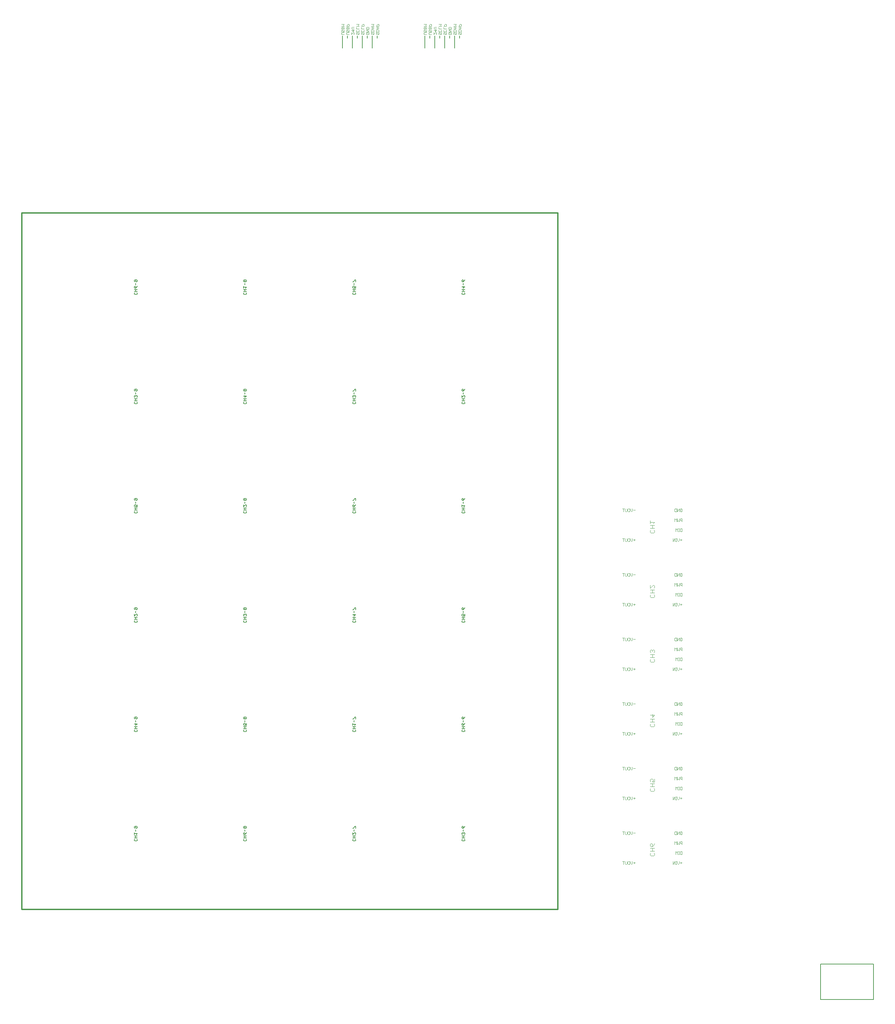
<source format=gbr>
G04 EAGLE Gerber X2 export*
%TF.Part,Single*%
%TF.FileFunction,Legend,Bot,1*%
%TF.FilePolarity,Positive*%
%TF.GenerationSoftware,Autodesk,EAGLE,9.0.1*%
%TF.CreationDate,2018-05-30T15:00:16Z*%
G75*
%MOMM*%
%FSLAX34Y34*%
%LPD*%
%AMOC8*
5,1,8,0,0,1.08239X$1,22.5*%
G01*
%ADD10C,0.101600*%
%ADD11C,0.304800*%
%ADD12C,0.152400*%
%ADD13C,0.050800*%
%ADD14C,0.127000*%
%ADD15C,0.177800*%


D10*
X2354927Y678610D02*
X2356876Y676661D01*
X2356876Y672763D01*
X2354927Y670814D01*
X2347131Y670814D01*
X2345182Y672763D01*
X2345182Y676661D01*
X2347131Y678610D01*
X2345182Y682508D02*
X2356876Y682508D01*
X2351029Y682508D02*
X2351029Y690304D01*
X2356876Y690304D02*
X2345182Y690304D01*
X2354927Y698100D02*
X2356876Y701998D01*
X2354927Y698100D02*
X2351029Y694202D01*
X2347131Y694202D01*
X2345182Y696151D01*
X2345182Y700049D01*
X2347131Y701998D01*
X2349080Y701998D01*
X2351029Y700049D01*
X2351029Y694202D01*
X2356876Y841761D02*
X2354927Y843710D01*
X2356876Y841761D02*
X2356876Y837863D01*
X2354927Y835914D01*
X2347131Y835914D01*
X2345182Y837863D01*
X2345182Y841761D01*
X2347131Y843710D01*
X2345182Y847608D02*
X2356876Y847608D01*
X2351029Y847608D02*
X2351029Y855404D01*
X2356876Y855404D02*
X2345182Y855404D01*
X2356876Y859302D02*
X2356876Y867098D01*
X2356876Y859302D02*
X2351029Y859302D01*
X2352978Y863200D01*
X2352978Y865149D01*
X2351029Y867098D01*
X2347131Y867098D01*
X2345182Y865149D01*
X2345182Y861251D01*
X2347131Y859302D01*
X2356876Y1006861D02*
X2354927Y1008810D01*
X2356876Y1006861D02*
X2356876Y1002963D01*
X2354927Y1001014D01*
X2347131Y1001014D01*
X2345182Y1002963D01*
X2345182Y1006861D01*
X2347131Y1008810D01*
X2345182Y1012708D02*
X2356876Y1012708D01*
X2351029Y1012708D02*
X2351029Y1020504D01*
X2356876Y1020504D02*
X2345182Y1020504D01*
X2345182Y1030249D02*
X2356876Y1030249D01*
X2351029Y1024402D01*
X2351029Y1032198D01*
X2356876Y1171961D02*
X2354927Y1173910D01*
X2356876Y1171961D02*
X2356876Y1168063D01*
X2354927Y1166114D01*
X2347131Y1166114D01*
X2345182Y1168063D01*
X2345182Y1171961D01*
X2347131Y1173910D01*
X2345182Y1177808D02*
X2356876Y1177808D01*
X2351029Y1177808D02*
X2351029Y1185604D01*
X2356876Y1185604D02*
X2345182Y1185604D01*
X2354927Y1189502D02*
X2356876Y1191451D01*
X2356876Y1195349D01*
X2354927Y1197298D01*
X2352978Y1197298D01*
X2351029Y1195349D01*
X2351029Y1193400D01*
X2351029Y1195349D02*
X2349080Y1197298D01*
X2347131Y1197298D01*
X2345182Y1195349D01*
X2345182Y1191451D01*
X2347131Y1189502D01*
X2356876Y1337061D02*
X2354927Y1339010D01*
X2356876Y1337061D02*
X2356876Y1333163D01*
X2354927Y1331214D01*
X2347131Y1331214D01*
X2345182Y1333163D01*
X2345182Y1337061D01*
X2347131Y1339010D01*
X2345182Y1342908D02*
X2356876Y1342908D01*
X2351029Y1342908D02*
X2351029Y1350704D01*
X2356876Y1350704D02*
X2345182Y1350704D01*
X2345182Y1354602D02*
X2345182Y1362398D01*
X2345182Y1354602D02*
X2352978Y1362398D01*
X2354927Y1362398D01*
X2356876Y1360449D01*
X2356876Y1356551D01*
X2354927Y1354602D01*
X2356876Y1502161D02*
X2354927Y1504110D01*
X2356876Y1502161D02*
X2356876Y1498263D01*
X2354927Y1496314D01*
X2347131Y1496314D01*
X2345182Y1498263D01*
X2345182Y1502161D01*
X2347131Y1504110D01*
X2345182Y1508008D02*
X2356876Y1508008D01*
X2351029Y1508008D02*
X2351029Y1515804D01*
X2356876Y1515804D02*
X2345182Y1515804D01*
X2352978Y1519702D02*
X2356876Y1523600D01*
X2345182Y1523600D01*
X2345182Y1519702D02*
X2345182Y1527498D01*
D11*
X2109470Y533908D02*
X737870Y533908D01*
X2109470Y533908D02*
X2109470Y2313940D01*
X737870Y2313940D01*
X737870Y533908D01*
D12*
X1583588Y2735377D02*
X1583588Y2767127D01*
X1570888Y2767127D02*
X1570888Y2760777D01*
X1558188Y2767127D02*
X1558188Y2735377D01*
X1647088Y2760777D02*
X1647088Y2767127D01*
X1634388Y2767127D02*
X1634388Y2735377D01*
X1621688Y2760777D02*
X1621688Y2767127D01*
X1608988Y2767127D02*
X1608988Y2735377D01*
X1596288Y2760777D02*
X1596288Y2767127D01*
D13*
X1624699Y2775301D02*
X1625885Y2774115D01*
X1625885Y2771742D01*
X1624699Y2770556D01*
X1619954Y2770556D01*
X1618767Y2771742D01*
X1618767Y2774115D01*
X1619954Y2775301D01*
X1622326Y2775301D01*
X1622326Y2772929D01*
X1618767Y2777572D02*
X1625885Y2777572D01*
X1618767Y2782318D01*
X1625885Y2782318D01*
X1625885Y2784589D02*
X1618767Y2784589D01*
X1618767Y2788148D01*
X1619954Y2789334D01*
X1624699Y2789334D01*
X1625885Y2788148D01*
X1625885Y2784589D01*
X1580667Y2775301D02*
X1580667Y2770556D01*
X1585413Y2775301D01*
X1586599Y2775301D01*
X1587785Y2774115D01*
X1587785Y2771742D01*
X1586599Y2770556D01*
X1587785Y2781131D02*
X1580667Y2781131D01*
X1584226Y2777572D02*
X1587785Y2781131D01*
X1584226Y2782318D02*
X1584226Y2777572D01*
X1583040Y2784589D02*
X1587785Y2784589D01*
X1583040Y2784589D02*
X1580667Y2786961D01*
X1583040Y2789334D01*
X1587785Y2789334D01*
X1650099Y2775301D02*
X1651285Y2774115D01*
X1651285Y2771742D01*
X1650099Y2770556D01*
X1648913Y2770556D01*
X1647726Y2771742D01*
X1647726Y2774115D01*
X1646540Y2775301D01*
X1645354Y2775301D01*
X1644167Y2774115D01*
X1644167Y2771742D01*
X1645354Y2770556D01*
X1644167Y2777572D02*
X1651285Y2777572D01*
X1644167Y2777572D02*
X1644167Y2781131D01*
X1645354Y2782318D01*
X1650099Y2782318D01*
X1651285Y2781131D01*
X1651285Y2777572D01*
X1648913Y2784589D02*
X1644167Y2784589D01*
X1648913Y2784589D02*
X1651285Y2786961D01*
X1648913Y2789334D01*
X1644167Y2789334D01*
X1647726Y2789334D02*
X1647726Y2784589D01*
X1644167Y2791605D02*
X1651285Y2791605D01*
X1651285Y2795164D01*
X1650099Y2796350D01*
X1647726Y2796350D01*
X1646540Y2795164D01*
X1646540Y2791605D01*
X1637399Y2775301D02*
X1638585Y2774115D01*
X1638585Y2771742D01*
X1637399Y2770556D01*
X1636213Y2770556D01*
X1635026Y2771742D01*
X1635026Y2774115D01*
X1633840Y2775301D01*
X1632654Y2775301D01*
X1631467Y2774115D01*
X1631467Y2771742D01*
X1632654Y2770556D01*
X1631467Y2777572D02*
X1638585Y2777572D01*
X1631467Y2777572D02*
X1631467Y2781131D01*
X1632654Y2782318D01*
X1637399Y2782318D01*
X1638585Y2781131D01*
X1638585Y2777572D01*
X1636213Y2784589D02*
X1631467Y2784589D01*
X1636213Y2784589D02*
X1638585Y2786961D01*
X1636213Y2789334D01*
X1631467Y2789334D01*
X1635026Y2789334D02*
X1635026Y2784589D01*
X1631467Y2791605D02*
X1638585Y2791605D01*
X1636213Y2793978D01*
X1638585Y2796350D01*
X1631467Y2796350D01*
X1611999Y2775301D02*
X1613185Y2774115D01*
X1613185Y2771742D01*
X1611999Y2770556D01*
X1610813Y2770556D01*
X1609626Y2771742D01*
X1609626Y2774115D01*
X1608440Y2775301D01*
X1607254Y2775301D01*
X1606067Y2774115D01*
X1606067Y2771742D01*
X1607254Y2770556D01*
X1613185Y2781131D02*
X1611999Y2782318D01*
X1613185Y2781131D02*
X1613185Y2778759D01*
X1611999Y2777572D01*
X1607254Y2777572D01*
X1606067Y2778759D01*
X1606067Y2781131D01*
X1607254Y2782318D01*
X1606067Y2784589D02*
X1613185Y2784589D01*
X1606067Y2784589D02*
X1606067Y2789334D01*
X1606067Y2791605D02*
X1613185Y2791605D01*
X1613185Y2795164D01*
X1611999Y2796350D01*
X1609626Y2796350D01*
X1608440Y2795164D01*
X1608440Y2791605D01*
X1599299Y2775301D02*
X1600485Y2774115D01*
X1600485Y2771742D01*
X1599299Y2770556D01*
X1598113Y2770556D01*
X1596926Y2771742D01*
X1596926Y2774115D01*
X1595740Y2775301D01*
X1594554Y2775301D01*
X1593367Y2774115D01*
X1593367Y2771742D01*
X1594554Y2770556D01*
X1600485Y2781131D02*
X1599299Y2782318D01*
X1600485Y2781131D02*
X1600485Y2778759D01*
X1599299Y2777572D01*
X1594554Y2777572D01*
X1593367Y2778759D01*
X1593367Y2781131D01*
X1594554Y2782318D01*
X1593367Y2784589D02*
X1600485Y2784589D01*
X1593367Y2784589D02*
X1593367Y2789334D01*
X1593367Y2791605D02*
X1600485Y2791605D01*
X1598113Y2793978D01*
X1600485Y2796350D01*
X1593367Y2796350D01*
X1575085Y2770556D02*
X1569154Y2770556D01*
X1567967Y2771742D01*
X1567967Y2774115D01*
X1569154Y2775301D01*
X1575085Y2775301D01*
X1575085Y2781131D02*
X1573899Y2782318D01*
X1575085Y2781131D02*
X1575085Y2778759D01*
X1573899Y2777572D01*
X1572713Y2777572D01*
X1571526Y2778759D01*
X1571526Y2781131D01*
X1570340Y2782318D01*
X1569154Y2782318D01*
X1567967Y2781131D01*
X1567967Y2778759D01*
X1569154Y2777572D01*
X1567967Y2784589D02*
X1575085Y2784589D01*
X1575085Y2788148D01*
X1573899Y2789334D01*
X1572713Y2789334D01*
X1571526Y2788148D01*
X1570340Y2789334D01*
X1569154Y2789334D01*
X1567967Y2788148D01*
X1567967Y2784589D01*
X1571526Y2784589D02*
X1571526Y2788148D01*
X1567967Y2791605D02*
X1575085Y2791605D01*
X1575085Y2795164D01*
X1573899Y2796350D01*
X1571526Y2796350D01*
X1570340Y2795164D01*
X1570340Y2791605D01*
X1562385Y2770556D02*
X1556454Y2770556D01*
X1555267Y2771742D01*
X1555267Y2774115D01*
X1556454Y2775301D01*
X1562385Y2775301D01*
X1562385Y2781131D02*
X1561199Y2782318D01*
X1562385Y2781131D02*
X1562385Y2778759D01*
X1561199Y2777572D01*
X1560013Y2777572D01*
X1558826Y2778759D01*
X1558826Y2781131D01*
X1557640Y2782318D01*
X1556454Y2782318D01*
X1555267Y2781131D01*
X1555267Y2778759D01*
X1556454Y2777572D01*
X1555267Y2784589D02*
X1562385Y2784589D01*
X1562385Y2788148D01*
X1561199Y2789334D01*
X1560013Y2789334D01*
X1558826Y2788148D01*
X1557640Y2789334D01*
X1556454Y2789334D01*
X1555267Y2788148D01*
X1555267Y2784589D01*
X1558826Y2784589D02*
X1558826Y2788148D01*
X1555267Y2791605D02*
X1562385Y2791605D01*
X1560013Y2793978D01*
X1562385Y2796350D01*
X1555267Y2796350D01*
D12*
X1794408Y2767127D02*
X1794408Y2735377D01*
X1781708Y2760777D02*
X1781708Y2767127D01*
X1769008Y2767127D02*
X1769008Y2735377D01*
X1857908Y2760777D02*
X1857908Y2767127D01*
X1845208Y2767127D02*
X1845208Y2735377D01*
X1832508Y2760777D02*
X1832508Y2767127D01*
X1819808Y2767127D02*
X1819808Y2735377D01*
X1807108Y2760777D02*
X1807108Y2767127D01*
D13*
X1835519Y2775301D02*
X1836705Y2774115D01*
X1836705Y2771742D01*
X1835519Y2770556D01*
X1830774Y2770556D01*
X1829587Y2771742D01*
X1829587Y2774115D01*
X1830774Y2775301D01*
X1833146Y2775301D01*
X1833146Y2772929D01*
X1829587Y2777572D02*
X1836705Y2777572D01*
X1829587Y2782318D01*
X1836705Y2782318D01*
X1836705Y2784589D02*
X1829587Y2784589D01*
X1829587Y2788148D01*
X1830774Y2789334D01*
X1835519Y2789334D01*
X1836705Y2788148D01*
X1836705Y2784589D01*
X1791487Y2775301D02*
X1791487Y2770556D01*
X1796233Y2775301D01*
X1797419Y2775301D01*
X1798605Y2774115D01*
X1798605Y2771742D01*
X1797419Y2770556D01*
X1798605Y2781131D02*
X1791487Y2781131D01*
X1795046Y2777572D02*
X1798605Y2781131D01*
X1795046Y2782318D02*
X1795046Y2777572D01*
X1793860Y2784589D02*
X1798605Y2784589D01*
X1793860Y2784589D02*
X1791487Y2786961D01*
X1793860Y2789334D01*
X1798605Y2789334D01*
X1860919Y2775301D02*
X1862105Y2774115D01*
X1862105Y2771742D01*
X1860919Y2770556D01*
X1859733Y2770556D01*
X1858546Y2771742D01*
X1858546Y2774115D01*
X1857360Y2775301D01*
X1856174Y2775301D01*
X1854987Y2774115D01*
X1854987Y2771742D01*
X1856174Y2770556D01*
X1854987Y2777572D02*
X1862105Y2777572D01*
X1854987Y2777572D02*
X1854987Y2781131D01*
X1856174Y2782318D01*
X1860919Y2782318D01*
X1862105Y2781131D01*
X1862105Y2777572D01*
X1859733Y2784589D02*
X1854987Y2784589D01*
X1859733Y2784589D02*
X1862105Y2786961D01*
X1859733Y2789334D01*
X1854987Y2789334D01*
X1858546Y2789334D02*
X1858546Y2784589D01*
X1854987Y2791605D02*
X1862105Y2791605D01*
X1862105Y2795164D01*
X1860919Y2796350D01*
X1858546Y2796350D01*
X1857360Y2795164D01*
X1857360Y2791605D01*
X1848219Y2775301D02*
X1849405Y2774115D01*
X1849405Y2771742D01*
X1848219Y2770556D01*
X1847033Y2770556D01*
X1845846Y2771742D01*
X1845846Y2774115D01*
X1844660Y2775301D01*
X1843474Y2775301D01*
X1842287Y2774115D01*
X1842287Y2771742D01*
X1843474Y2770556D01*
X1842287Y2777572D02*
X1849405Y2777572D01*
X1842287Y2777572D02*
X1842287Y2781131D01*
X1843474Y2782318D01*
X1848219Y2782318D01*
X1849405Y2781131D01*
X1849405Y2777572D01*
X1847033Y2784589D02*
X1842287Y2784589D01*
X1847033Y2784589D02*
X1849405Y2786961D01*
X1847033Y2789334D01*
X1842287Y2789334D01*
X1845846Y2789334D02*
X1845846Y2784589D01*
X1842287Y2791605D02*
X1849405Y2791605D01*
X1847033Y2793978D01*
X1849405Y2796350D01*
X1842287Y2796350D01*
X1822819Y2775301D02*
X1824005Y2774115D01*
X1824005Y2771742D01*
X1822819Y2770556D01*
X1821633Y2770556D01*
X1820446Y2771742D01*
X1820446Y2774115D01*
X1819260Y2775301D01*
X1818074Y2775301D01*
X1816887Y2774115D01*
X1816887Y2771742D01*
X1818074Y2770556D01*
X1824005Y2781131D02*
X1822819Y2782318D01*
X1824005Y2781131D02*
X1824005Y2778759D01*
X1822819Y2777572D01*
X1818074Y2777572D01*
X1816887Y2778759D01*
X1816887Y2781131D01*
X1818074Y2782318D01*
X1816887Y2784589D02*
X1824005Y2784589D01*
X1816887Y2784589D02*
X1816887Y2789334D01*
X1816887Y2791605D02*
X1824005Y2791605D01*
X1824005Y2795164D01*
X1822819Y2796350D01*
X1820446Y2796350D01*
X1819260Y2795164D01*
X1819260Y2791605D01*
X1810119Y2775301D02*
X1811305Y2774115D01*
X1811305Y2771742D01*
X1810119Y2770556D01*
X1808933Y2770556D01*
X1807746Y2771742D01*
X1807746Y2774115D01*
X1806560Y2775301D01*
X1805374Y2775301D01*
X1804187Y2774115D01*
X1804187Y2771742D01*
X1805374Y2770556D01*
X1811305Y2781131D02*
X1810119Y2782318D01*
X1811305Y2781131D02*
X1811305Y2778759D01*
X1810119Y2777572D01*
X1805374Y2777572D01*
X1804187Y2778759D01*
X1804187Y2781131D01*
X1805374Y2782318D01*
X1804187Y2784589D02*
X1811305Y2784589D01*
X1804187Y2784589D02*
X1804187Y2789334D01*
X1804187Y2791605D02*
X1811305Y2791605D01*
X1808933Y2793978D01*
X1811305Y2796350D01*
X1804187Y2796350D01*
X1785905Y2770556D02*
X1779974Y2770556D01*
X1778787Y2771742D01*
X1778787Y2774115D01*
X1779974Y2775301D01*
X1785905Y2775301D01*
X1785905Y2781131D02*
X1784719Y2782318D01*
X1785905Y2781131D02*
X1785905Y2778759D01*
X1784719Y2777572D01*
X1783533Y2777572D01*
X1782346Y2778759D01*
X1782346Y2781131D01*
X1781160Y2782318D01*
X1779974Y2782318D01*
X1778787Y2781131D01*
X1778787Y2778759D01*
X1779974Y2777572D01*
X1778787Y2784589D02*
X1785905Y2784589D01*
X1785905Y2788148D01*
X1784719Y2789334D01*
X1783533Y2789334D01*
X1782346Y2788148D01*
X1781160Y2789334D01*
X1779974Y2789334D01*
X1778787Y2788148D01*
X1778787Y2784589D01*
X1782346Y2784589D02*
X1782346Y2788148D01*
X1778787Y2791605D02*
X1785905Y2791605D01*
X1785905Y2795164D01*
X1784719Y2796350D01*
X1782346Y2796350D01*
X1781160Y2795164D01*
X1781160Y2791605D01*
X1773205Y2770556D02*
X1767274Y2770556D01*
X1766087Y2771742D01*
X1766087Y2774115D01*
X1767274Y2775301D01*
X1773205Y2775301D01*
X1773205Y2781131D02*
X1772019Y2782318D01*
X1773205Y2781131D02*
X1773205Y2778759D01*
X1772019Y2777572D01*
X1770833Y2777572D01*
X1769646Y2778759D01*
X1769646Y2781131D01*
X1768460Y2782318D01*
X1767274Y2782318D01*
X1766087Y2781131D01*
X1766087Y2778759D01*
X1767274Y2777572D01*
X1766087Y2784589D02*
X1773205Y2784589D01*
X1773205Y2788148D01*
X1772019Y2789334D01*
X1770833Y2789334D01*
X1769646Y2788148D01*
X1768460Y2789334D01*
X1767274Y2789334D01*
X1766087Y2788148D01*
X1766087Y2784589D01*
X1769646Y2784589D02*
X1769646Y2788148D01*
X1766087Y2791605D02*
X1773205Y2791605D01*
X1770833Y2793978D01*
X1773205Y2796350D01*
X1766087Y2796350D01*
D14*
X2781732Y335890D02*
X2781732Y303590D01*
X2917232Y303590D01*
X2917232Y393590D01*
X2781732Y393590D01*
X2781732Y334620D01*
D13*
X2426970Y1478029D02*
X2422225Y1478029D01*
X2424597Y1480402D02*
X2424597Y1475656D01*
X2419954Y1476843D02*
X2419954Y1481588D01*
X2419954Y1476843D02*
X2417581Y1474470D01*
X2415208Y1476843D01*
X2415208Y1481588D01*
X2412937Y1474470D02*
X2410565Y1474470D01*
X2411751Y1474470D02*
X2411751Y1481588D01*
X2412937Y1481588D02*
X2410565Y1481588D01*
X2408260Y1481588D02*
X2408260Y1474470D01*
X2403514Y1474470D02*
X2408260Y1481588D01*
X2403514Y1481588D02*
X2403514Y1474470D01*
X2426970Y1499870D02*
X2426970Y1506988D01*
X2426970Y1499870D02*
X2423411Y1499870D01*
X2422225Y1501056D01*
X2422225Y1505802D01*
X2423411Y1506988D01*
X2426970Y1506988D01*
X2419954Y1499870D02*
X2417581Y1499870D01*
X2418767Y1499870D02*
X2418767Y1506988D01*
X2417581Y1506988D02*
X2419954Y1506988D01*
X2415276Y1506988D02*
X2415276Y1499870D01*
X2412903Y1504615D02*
X2415276Y1506988D01*
X2412903Y1504615D02*
X2410531Y1506988D01*
X2410531Y1499870D01*
X2426970Y1525270D02*
X2426970Y1532388D01*
X2423411Y1532388D01*
X2422225Y1531202D01*
X2422225Y1528829D01*
X2423411Y1527643D01*
X2426970Y1527643D01*
X2419954Y1525270D02*
X2419954Y1532388D01*
X2417581Y1527643D02*
X2419954Y1525270D01*
X2417581Y1527643D02*
X2415208Y1525270D01*
X2415208Y1532388D01*
X2412937Y1532388D02*
X2412937Y1525270D01*
X2410565Y1530015D02*
X2412937Y1532388D01*
X2410565Y1530015D02*
X2408192Y1532388D01*
X2408192Y1525270D01*
X2422225Y1556602D02*
X2423411Y1557788D01*
X2425784Y1557788D01*
X2426970Y1556602D01*
X2426970Y1551856D01*
X2425784Y1550670D01*
X2423411Y1550670D01*
X2422225Y1551856D01*
X2422225Y1554229D01*
X2424597Y1554229D01*
X2419954Y1550670D02*
X2419954Y1557788D01*
X2415208Y1550670D01*
X2415208Y1557788D01*
X2412937Y1557788D02*
X2412937Y1550670D01*
X2409378Y1550670D01*
X2408192Y1551856D01*
X2408192Y1556602D01*
X2409378Y1557788D01*
X2412937Y1557788D01*
X2307112Y1478029D02*
X2302367Y1478029D01*
X2304739Y1480402D02*
X2304739Y1475656D01*
X2300096Y1476843D02*
X2300096Y1481588D01*
X2300096Y1476843D02*
X2297723Y1474470D01*
X2295350Y1476843D01*
X2295350Y1481588D01*
X2291893Y1481588D02*
X2289520Y1481588D01*
X2291893Y1481588D02*
X2293079Y1480402D01*
X2293079Y1475656D01*
X2291893Y1474470D01*
X2289520Y1474470D01*
X2288334Y1475656D01*
X2288334Y1480402D01*
X2289520Y1481588D01*
X2286063Y1481588D02*
X2286063Y1475656D01*
X2284877Y1474470D01*
X2282504Y1474470D01*
X2281317Y1475656D01*
X2281317Y1481588D01*
X2276674Y1481588D02*
X2276674Y1474470D01*
X2279046Y1481588D02*
X2274301Y1481588D01*
X2302367Y1554229D02*
X2307112Y1554229D01*
X2300096Y1553043D02*
X2300096Y1557788D01*
X2300096Y1553043D02*
X2297723Y1550670D01*
X2295350Y1553043D01*
X2295350Y1557788D01*
X2291893Y1557788D02*
X2289520Y1557788D01*
X2291893Y1557788D02*
X2293079Y1556602D01*
X2293079Y1551856D01*
X2291893Y1550670D01*
X2289520Y1550670D01*
X2288334Y1551856D01*
X2288334Y1556602D01*
X2289520Y1557788D01*
X2286063Y1557788D02*
X2286063Y1551856D01*
X2284877Y1550670D01*
X2282504Y1550670D01*
X2281317Y1551856D01*
X2281317Y1557788D01*
X2276674Y1557788D02*
X2276674Y1550670D01*
X2279046Y1557788D02*
X2274301Y1557788D01*
X2422225Y1312929D02*
X2426970Y1312929D01*
X2424597Y1315302D02*
X2424597Y1310556D01*
X2419954Y1311743D02*
X2419954Y1316488D01*
X2419954Y1311743D02*
X2417581Y1309370D01*
X2415208Y1311743D01*
X2415208Y1316488D01*
X2412937Y1309370D02*
X2410565Y1309370D01*
X2411751Y1309370D02*
X2411751Y1316488D01*
X2412937Y1316488D02*
X2410565Y1316488D01*
X2408260Y1316488D02*
X2408260Y1309370D01*
X2403514Y1309370D02*
X2408260Y1316488D01*
X2403514Y1316488D02*
X2403514Y1309370D01*
X2426970Y1334770D02*
X2426970Y1341888D01*
X2426970Y1334770D02*
X2423411Y1334770D01*
X2422225Y1335956D01*
X2422225Y1340702D01*
X2423411Y1341888D01*
X2426970Y1341888D01*
X2419954Y1334770D02*
X2417581Y1334770D01*
X2418767Y1334770D02*
X2418767Y1341888D01*
X2417581Y1341888D02*
X2419954Y1341888D01*
X2415276Y1341888D02*
X2415276Y1334770D01*
X2412903Y1339515D02*
X2415276Y1341888D01*
X2412903Y1339515D02*
X2410531Y1341888D01*
X2410531Y1334770D01*
X2426970Y1360170D02*
X2426970Y1367288D01*
X2423411Y1367288D01*
X2422225Y1366102D01*
X2422225Y1363729D01*
X2423411Y1362543D01*
X2426970Y1362543D01*
X2419954Y1360170D02*
X2419954Y1367288D01*
X2417581Y1362543D02*
X2419954Y1360170D01*
X2417581Y1362543D02*
X2415208Y1360170D01*
X2415208Y1367288D01*
X2412937Y1367288D02*
X2412937Y1360170D01*
X2410565Y1364915D02*
X2412937Y1367288D01*
X2410565Y1364915D02*
X2408192Y1367288D01*
X2408192Y1360170D01*
X2422225Y1391502D02*
X2423411Y1392688D01*
X2425784Y1392688D01*
X2426970Y1391502D01*
X2426970Y1386756D01*
X2425784Y1385570D01*
X2423411Y1385570D01*
X2422225Y1386756D01*
X2422225Y1389129D01*
X2424597Y1389129D01*
X2419954Y1385570D02*
X2419954Y1392688D01*
X2415208Y1385570D01*
X2415208Y1392688D01*
X2412937Y1392688D02*
X2412937Y1385570D01*
X2409378Y1385570D01*
X2408192Y1386756D01*
X2408192Y1391502D01*
X2409378Y1392688D01*
X2412937Y1392688D01*
X2307112Y1312929D02*
X2302367Y1312929D01*
X2304739Y1315302D02*
X2304739Y1310556D01*
X2300096Y1311743D02*
X2300096Y1316488D01*
X2300096Y1311743D02*
X2297723Y1309370D01*
X2295350Y1311743D01*
X2295350Y1316488D01*
X2291893Y1316488D02*
X2289520Y1316488D01*
X2291893Y1316488D02*
X2293079Y1315302D01*
X2293079Y1310556D01*
X2291893Y1309370D01*
X2289520Y1309370D01*
X2288334Y1310556D01*
X2288334Y1315302D01*
X2289520Y1316488D01*
X2286063Y1316488D02*
X2286063Y1310556D01*
X2284877Y1309370D01*
X2282504Y1309370D01*
X2281317Y1310556D01*
X2281317Y1316488D01*
X2276674Y1316488D02*
X2276674Y1309370D01*
X2279046Y1316488D02*
X2274301Y1316488D01*
X2302367Y1389129D02*
X2307112Y1389129D01*
X2300096Y1387943D02*
X2300096Y1392688D01*
X2300096Y1387943D02*
X2297723Y1385570D01*
X2295350Y1387943D01*
X2295350Y1392688D01*
X2291893Y1392688D02*
X2289520Y1392688D01*
X2291893Y1392688D02*
X2293079Y1391502D01*
X2293079Y1386756D01*
X2291893Y1385570D01*
X2289520Y1385570D01*
X2288334Y1386756D01*
X2288334Y1391502D01*
X2289520Y1392688D01*
X2286063Y1392688D02*
X2286063Y1386756D01*
X2284877Y1385570D01*
X2282504Y1385570D01*
X2281317Y1386756D01*
X2281317Y1392688D01*
X2276674Y1392688D02*
X2276674Y1385570D01*
X2279046Y1392688D02*
X2274301Y1392688D01*
X2422225Y1147829D02*
X2426970Y1147829D01*
X2424597Y1150202D02*
X2424597Y1145456D01*
X2419954Y1146643D02*
X2419954Y1151388D01*
X2419954Y1146643D02*
X2417581Y1144270D01*
X2415208Y1146643D01*
X2415208Y1151388D01*
X2412937Y1144270D02*
X2410565Y1144270D01*
X2411751Y1144270D02*
X2411751Y1151388D01*
X2412937Y1151388D02*
X2410565Y1151388D01*
X2408260Y1151388D02*
X2408260Y1144270D01*
X2403514Y1144270D02*
X2408260Y1151388D01*
X2403514Y1151388D02*
X2403514Y1144270D01*
X2426970Y1169670D02*
X2426970Y1176788D01*
X2426970Y1169670D02*
X2423411Y1169670D01*
X2422225Y1170856D01*
X2422225Y1175602D01*
X2423411Y1176788D01*
X2426970Y1176788D01*
X2419954Y1169670D02*
X2417581Y1169670D01*
X2418767Y1169670D02*
X2418767Y1176788D01*
X2417581Y1176788D02*
X2419954Y1176788D01*
X2415276Y1176788D02*
X2415276Y1169670D01*
X2412903Y1174415D02*
X2415276Y1176788D01*
X2412903Y1174415D02*
X2410531Y1176788D01*
X2410531Y1169670D01*
X2426970Y1195070D02*
X2426970Y1202188D01*
X2423411Y1202188D01*
X2422225Y1201002D01*
X2422225Y1198629D01*
X2423411Y1197443D01*
X2426970Y1197443D01*
X2419954Y1195070D02*
X2419954Y1202188D01*
X2417581Y1197443D02*
X2419954Y1195070D01*
X2417581Y1197443D02*
X2415208Y1195070D01*
X2415208Y1202188D01*
X2412937Y1202188D02*
X2412937Y1195070D01*
X2410565Y1199815D02*
X2412937Y1202188D01*
X2410565Y1199815D02*
X2408192Y1202188D01*
X2408192Y1195070D01*
X2422225Y1226402D02*
X2423411Y1227588D01*
X2425784Y1227588D01*
X2426970Y1226402D01*
X2426970Y1221656D01*
X2425784Y1220470D01*
X2423411Y1220470D01*
X2422225Y1221656D01*
X2422225Y1224029D01*
X2424597Y1224029D01*
X2419954Y1220470D02*
X2419954Y1227588D01*
X2415208Y1220470D01*
X2415208Y1227588D01*
X2412937Y1227588D02*
X2412937Y1220470D01*
X2409378Y1220470D01*
X2408192Y1221656D01*
X2408192Y1226402D01*
X2409378Y1227588D01*
X2412937Y1227588D01*
X2307112Y1147829D02*
X2302367Y1147829D01*
X2304739Y1150202D02*
X2304739Y1145456D01*
X2300096Y1146643D02*
X2300096Y1151388D01*
X2300096Y1146643D02*
X2297723Y1144270D01*
X2295350Y1146643D01*
X2295350Y1151388D01*
X2291893Y1151388D02*
X2289520Y1151388D01*
X2291893Y1151388D02*
X2293079Y1150202D01*
X2293079Y1145456D01*
X2291893Y1144270D01*
X2289520Y1144270D01*
X2288334Y1145456D01*
X2288334Y1150202D01*
X2289520Y1151388D01*
X2286063Y1151388D02*
X2286063Y1145456D01*
X2284877Y1144270D01*
X2282504Y1144270D01*
X2281317Y1145456D01*
X2281317Y1151388D01*
X2276674Y1151388D02*
X2276674Y1144270D01*
X2279046Y1151388D02*
X2274301Y1151388D01*
X2302367Y1224029D02*
X2307112Y1224029D01*
X2300096Y1222843D02*
X2300096Y1227588D01*
X2300096Y1222843D02*
X2297723Y1220470D01*
X2295350Y1222843D01*
X2295350Y1227588D01*
X2291893Y1227588D02*
X2289520Y1227588D01*
X2291893Y1227588D02*
X2293079Y1226402D01*
X2293079Y1221656D01*
X2291893Y1220470D01*
X2289520Y1220470D01*
X2288334Y1221656D01*
X2288334Y1226402D01*
X2289520Y1227588D01*
X2286063Y1227588D02*
X2286063Y1221656D01*
X2284877Y1220470D01*
X2282504Y1220470D01*
X2281317Y1221656D01*
X2281317Y1227588D01*
X2276674Y1227588D02*
X2276674Y1220470D01*
X2279046Y1227588D02*
X2274301Y1227588D01*
X2422225Y982729D02*
X2426970Y982729D01*
X2424597Y985102D02*
X2424597Y980356D01*
X2419954Y981543D02*
X2419954Y986288D01*
X2419954Y981543D02*
X2417581Y979170D01*
X2415208Y981543D01*
X2415208Y986288D01*
X2412937Y979170D02*
X2410565Y979170D01*
X2411751Y979170D02*
X2411751Y986288D01*
X2412937Y986288D02*
X2410565Y986288D01*
X2408260Y986288D02*
X2408260Y979170D01*
X2403514Y979170D02*
X2408260Y986288D01*
X2403514Y986288D02*
X2403514Y979170D01*
X2426970Y1004570D02*
X2426970Y1011688D01*
X2426970Y1004570D02*
X2423411Y1004570D01*
X2422225Y1005756D01*
X2422225Y1010502D01*
X2423411Y1011688D01*
X2426970Y1011688D01*
X2419954Y1004570D02*
X2417581Y1004570D01*
X2418767Y1004570D02*
X2418767Y1011688D01*
X2417581Y1011688D02*
X2419954Y1011688D01*
X2415276Y1011688D02*
X2415276Y1004570D01*
X2412903Y1009315D02*
X2415276Y1011688D01*
X2412903Y1009315D02*
X2410531Y1011688D01*
X2410531Y1004570D01*
X2426970Y1029970D02*
X2426970Y1037088D01*
X2423411Y1037088D01*
X2422225Y1035902D01*
X2422225Y1033529D01*
X2423411Y1032343D01*
X2426970Y1032343D01*
X2419954Y1029970D02*
X2419954Y1037088D01*
X2417581Y1032343D02*
X2419954Y1029970D01*
X2417581Y1032343D02*
X2415208Y1029970D01*
X2415208Y1037088D01*
X2412937Y1037088D02*
X2412937Y1029970D01*
X2410565Y1034715D02*
X2412937Y1037088D01*
X2410565Y1034715D02*
X2408192Y1037088D01*
X2408192Y1029970D01*
X2422225Y1061302D02*
X2423411Y1062488D01*
X2425784Y1062488D01*
X2426970Y1061302D01*
X2426970Y1056556D01*
X2425784Y1055370D01*
X2423411Y1055370D01*
X2422225Y1056556D01*
X2422225Y1058929D01*
X2424597Y1058929D01*
X2419954Y1055370D02*
X2419954Y1062488D01*
X2415208Y1055370D01*
X2415208Y1062488D01*
X2412937Y1062488D02*
X2412937Y1055370D01*
X2409378Y1055370D01*
X2408192Y1056556D01*
X2408192Y1061302D01*
X2409378Y1062488D01*
X2412937Y1062488D01*
X2307112Y982729D02*
X2302367Y982729D01*
X2304739Y985102D02*
X2304739Y980356D01*
X2300096Y981543D02*
X2300096Y986288D01*
X2300096Y981543D02*
X2297723Y979170D01*
X2295350Y981543D01*
X2295350Y986288D01*
X2291893Y986288D02*
X2289520Y986288D01*
X2291893Y986288D02*
X2293079Y985102D01*
X2293079Y980356D01*
X2291893Y979170D01*
X2289520Y979170D01*
X2288334Y980356D01*
X2288334Y985102D01*
X2289520Y986288D01*
X2286063Y986288D02*
X2286063Y980356D01*
X2284877Y979170D01*
X2282504Y979170D01*
X2281317Y980356D01*
X2281317Y986288D01*
X2276674Y986288D02*
X2276674Y979170D01*
X2279046Y986288D02*
X2274301Y986288D01*
X2302367Y1058929D02*
X2307112Y1058929D01*
X2300096Y1057743D02*
X2300096Y1062488D01*
X2300096Y1057743D02*
X2297723Y1055370D01*
X2295350Y1057743D01*
X2295350Y1062488D01*
X2291893Y1062488D02*
X2289520Y1062488D01*
X2291893Y1062488D02*
X2293079Y1061302D01*
X2293079Y1056556D01*
X2291893Y1055370D01*
X2289520Y1055370D01*
X2288334Y1056556D01*
X2288334Y1061302D01*
X2289520Y1062488D01*
X2286063Y1062488D02*
X2286063Y1056556D01*
X2284877Y1055370D01*
X2282504Y1055370D01*
X2281317Y1056556D01*
X2281317Y1062488D01*
X2276674Y1062488D02*
X2276674Y1055370D01*
X2279046Y1062488D02*
X2274301Y1062488D01*
X2422225Y817629D02*
X2426970Y817629D01*
X2424597Y820002D02*
X2424597Y815256D01*
X2419954Y816443D02*
X2419954Y821188D01*
X2419954Y816443D02*
X2417581Y814070D01*
X2415208Y816443D01*
X2415208Y821188D01*
X2412937Y814070D02*
X2410565Y814070D01*
X2411751Y814070D02*
X2411751Y821188D01*
X2412937Y821188D02*
X2410565Y821188D01*
X2408260Y821188D02*
X2408260Y814070D01*
X2403514Y814070D02*
X2408260Y821188D01*
X2403514Y821188D02*
X2403514Y814070D01*
X2426970Y839470D02*
X2426970Y846588D01*
X2426970Y839470D02*
X2423411Y839470D01*
X2422225Y840656D01*
X2422225Y845402D01*
X2423411Y846588D01*
X2426970Y846588D01*
X2419954Y839470D02*
X2417581Y839470D01*
X2418767Y839470D02*
X2418767Y846588D01*
X2417581Y846588D02*
X2419954Y846588D01*
X2415276Y846588D02*
X2415276Y839470D01*
X2412903Y844215D02*
X2415276Y846588D01*
X2412903Y844215D02*
X2410531Y846588D01*
X2410531Y839470D01*
X2426970Y864870D02*
X2426970Y871988D01*
X2423411Y871988D01*
X2422225Y870802D01*
X2422225Y868429D01*
X2423411Y867243D01*
X2426970Y867243D01*
X2419954Y864870D02*
X2419954Y871988D01*
X2417581Y867243D02*
X2419954Y864870D01*
X2417581Y867243D02*
X2415208Y864870D01*
X2415208Y871988D01*
X2412937Y871988D02*
X2412937Y864870D01*
X2410565Y869615D02*
X2412937Y871988D01*
X2410565Y869615D02*
X2408192Y871988D01*
X2408192Y864870D01*
X2422225Y896202D02*
X2423411Y897388D01*
X2425784Y897388D01*
X2426970Y896202D01*
X2426970Y891456D01*
X2425784Y890270D01*
X2423411Y890270D01*
X2422225Y891456D01*
X2422225Y893829D01*
X2424597Y893829D01*
X2419954Y890270D02*
X2419954Y897388D01*
X2415208Y890270D01*
X2415208Y897388D01*
X2412937Y897388D02*
X2412937Y890270D01*
X2409378Y890270D01*
X2408192Y891456D01*
X2408192Y896202D01*
X2409378Y897388D01*
X2412937Y897388D01*
X2307112Y817629D02*
X2302367Y817629D01*
X2304739Y820002D02*
X2304739Y815256D01*
X2300096Y816443D02*
X2300096Y821188D01*
X2300096Y816443D02*
X2297723Y814070D01*
X2295350Y816443D01*
X2295350Y821188D01*
X2291893Y821188D02*
X2289520Y821188D01*
X2291893Y821188D02*
X2293079Y820002D01*
X2293079Y815256D01*
X2291893Y814070D01*
X2289520Y814070D01*
X2288334Y815256D01*
X2288334Y820002D01*
X2289520Y821188D01*
X2286063Y821188D02*
X2286063Y815256D01*
X2284877Y814070D01*
X2282504Y814070D01*
X2281317Y815256D01*
X2281317Y821188D01*
X2276674Y821188D02*
X2276674Y814070D01*
X2279046Y821188D02*
X2274301Y821188D01*
X2302367Y893829D02*
X2307112Y893829D01*
X2300096Y892643D02*
X2300096Y897388D01*
X2300096Y892643D02*
X2297723Y890270D01*
X2295350Y892643D01*
X2295350Y897388D01*
X2291893Y897388D02*
X2289520Y897388D01*
X2291893Y897388D02*
X2293079Y896202D01*
X2293079Y891456D01*
X2291893Y890270D01*
X2289520Y890270D01*
X2288334Y891456D01*
X2288334Y896202D01*
X2289520Y897388D01*
X2286063Y897388D02*
X2286063Y891456D01*
X2284877Y890270D01*
X2282504Y890270D01*
X2281317Y891456D01*
X2281317Y897388D01*
X2276674Y897388D02*
X2276674Y890270D01*
X2279046Y897388D02*
X2274301Y897388D01*
X2422225Y652529D02*
X2426970Y652529D01*
X2424597Y654902D02*
X2424597Y650156D01*
X2419954Y651343D02*
X2419954Y656088D01*
X2419954Y651343D02*
X2417581Y648970D01*
X2415208Y651343D01*
X2415208Y656088D01*
X2412937Y648970D02*
X2410565Y648970D01*
X2411751Y648970D02*
X2411751Y656088D01*
X2412937Y656088D02*
X2410565Y656088D01*
X2408260Y656088D02*
X2408260Y648970D01*
X2403514Y648970D02*
X2408260Y656088D01*
X2403514Y656088D02*
X2403514Y648970D01*
X2426970Y674370D02*
X2426970Y681488D01*
X2426970Y674370D02*
X2423411Y674370D01*
X2422225Y675556D01*
X2422225Y680302D01*
X2423411Y681488D01*
X2426970Y681488D01*
X2419954Y674370D02*
X2417581Y674370D01*
X2418767Y674370D02*
X2418767Y681488D01*
X2417581Y681488D02*
X2419954Y681488D01*
X2415276Y681488D02*
X2415276Y674370D01*
X2412903Y679115D02*
X2415276Y681488D01*
X2412903Y679115D02*
X2410531Y681488D01*
X2410531Y674370D01*
X2426970Y699770D02*
X2426970Y706888D01*
X2423411Y706888D01*
X2422225Y705702D01*
X2422225Y703329D01*
X2423411Y702143D01*
X2426970Y702143D01*
X2419954Y699770D02*
X2419954Y706888D01*
X2417581Y702143D02*
X2419954Y699770D01*
X2417581Y702143D02*
X2415208Y699770D01*
X2415208Y706888D01*
X2412937Y706888D02*
X2412937Y699770D01*
X2410565Y704515D02*
X2412937Y706888D01*
X2410565Y704515D02*
X2408192Y706888D01*
X2408192Y699770D01*
X2422225Y731102D02*
X2423411Y732288D01*
X2425784Y732288D01*
X2426970Y731102D01*
X2426970Y726356D01*
X2425784Y725170D01*
X2423411Y725170D01*
X2422225Y726356D01*
X2422225Y728729D01*
X2424597Y728729D01*
X2419954Y725170D02*
X2419954Y732288D01*
X2415208Y725170D01*
X2415208Y732288D01*
X2412937Y732288D02*
X2412937Y725170D01*
X2409378Y725170D01*
X2408192Y726356D01*
X2408192Y731102D01*
X2409378Y732288D01*
X2412937Y732288D01*
X2307112Y652529D02*
X2302367Y652529D01*
X2304739Y654902D02*
X2304739Y650156D01*
X2300096Y651343D02*
X2300096Y656088D01*
X2300096Y651343D02*
X2297723Y648970D01*
X2295350Y651343D01*
X2295350Y656088D01*
X2291893Y656088D02*
X2289520Y656088D01*
X2291893Y656088D02*
X2293079Y654902D01*
X2293079Y650156D01*
X2291893Y648970D01*
X2289520Y648970D01*
X2288334Y650156D01*
X2288334Y654902D01*
X2289520Y656088D01*
X2286063Y656088D02*
X2286063Y650156D01*
X2284877Y648970D01*
X2282504Y648970D01*
X2281317Y650156D01*
X2281317Y656088D01*
X2276674Y656088D02*
X2276674Y648970D01*
X2279046Y656088D02*
X2274301Y656088D01*
X2302367Y728729D02*
X2307112Y728729D01*
X2300096Y727543D02*
X2300096Y732288D01*
X2300096Y727543D02*
X2297723Y725170D01*
X2295350Y727543D01*
X2295350Y732288D01*
X2291893Y732288D02*
X2289520Y732288D01*
X2291893Y732288D02*
X2293079Y731102D01*
X2293079Y726356D01*
X2291893Y725170D01*
X2289520Y725170D01*
X2288334Y726356D01*
X2288334Y731102D01*
X2289520Y732288D01*
X2286063Y732288D02*
X2286063Y726356D01*
X2284877Y725170D01*
X2282504Y725170D01*
X2281317Y726356D01*
X2281317Y732288D01*
X2276674Y732288D02*
X2276674Y725170D01*
X2279046Y732288D02*
X2274301Y732288D01*
D15*
X1312297Y1550292D02*
X1311111Y1551478D01*
X1312297Y1550292D02*
X1312297Y1547919D01*
X1311111Y1546733D01*
X1306365Y1546733D01*
X1305179Y1547919D01*
X1305179Y1550292D01*
X1306365Y1551478D01*
X1305179Y1554919D02*
X1312297Y1554919D01*
X1308738Y1554919D02*
X1308738Y1559664D01*
X1312297Y1559664D02*
X1305179Y1559664D01*
X1305179Y1563105D02*
X1305179Y1567850D01*
X1305179Y1563105D02*
X1309924Y1567850D01*
X1311111Y1567850D01*
X1312297Y1566664D01*
X1312297Y1564291D01*
X1311111Y1563105D01*
X1308738Y1571290D02*
X1308738Y1576036D01*
X1311111Y1579476D02*
X1312297Y1580662D01*
X1312297Y1583035D01*
X1311111Y1584222D01*
X1309924Y1584222D01*
X1308738Y1583035D01*
X1307552Y1584222D01*
X1306365Y1584222D01*
X1305179Y1583035D01*
X1305179Y1580662D01*
X1306365Y1579476D01*
X1307552Y1579476D01*
X1308738Y1580662D01*
X1309924Y1579476D01*
X1311111Y1579476D01*
X1308738Y1580662D02*
X1308738Y1583035D01*
X1590511Y1551478D02*
X1591697Y1550292D01*
X1591697Y1547919D01*
X1590511Y1546733D01*
X1585765Y1546733D01*
X1584579Y1547919D01*
X1584579Y1550292D01*
X1585765Y1551478D01*
X1584579Y1554919D02*
X1591697Y1554919D01*
X1588138Y1554919D02*
X1588138Y1559664D01*
X1591697Y1559664D02*
X1584579Y1559664D01*
X1590511Y1565477D02*
X1591697Y1567850D01*
X1590511Y1565477D02*
X1588138Y1563105D01*
X1585765Y1563105D01*
X1584579Y1564291D01*
X1584579Y1566664D01*
X1585765Y1567850D01*
X1586952Y1567850D01*
X1588138Y1566664D01*
X1588138Y1563105D01*
X1588138Y1571290D02*
X1588138Y1576036D01*
X1591697Y1579476D02*
X1591697Y1584222D01*
X1590511Y1584222D01*
X1585765Y1579476D01*
X1584579Y1579476D01*
X1311111Y713278D02*
X1312297Y712092D01*
X1312297Y709719D01*
X1311111Y708533D01*
X1306365Y708533D01*
X1305179Y709719D01*
X1305179Y712092D01*
X1306365Y713278D01*
X1305179Y716719D02*
X1312297Y716719D01*
X1308738Y716719D02*
X1308738Y721464D01*
X1312297Y721464D02*
X1305179Y721464D01*
X1311111Y727277D02*
X1312297Y729650D01*
X1311111Y727277D02*
X1308738Y724905D01*
X1306365Y724905D01*
X1305179Y726091D01*
X1305179Y728464D01*
X1306365Y729650D01*
X1307552Y729650D01*
X1308738Y728464D01*
X1308738Y724905D01*
X1308738Y733090D02*
X1308738Y737836D01*
X1311111Y741276D02*
X1312297Y742462D01*
X1312297Y744835D01*
X1311111Y746022D01*
X1309924Y746022D01*
X1308738Y744835D01*
X1307552Y746022D01*
X1306365Y746022D01*
X1305179Y744835D01*
X1305179Y742462D01*
X1306365Y741276D01*
X1307552Y741276D01*
X1308738Y742462D01*
X1309924Y741276D01*
X1311111Y741276D01*
X1308738Y742462D02*
X1308738Y744835D01*
X1032897Y2109092D02*
X1031711Y2110278D01*
X1032897Y2109092D02*
X1032897Y2106719D01*
X1031711Y2105533D01*
X1026965Y2105533D01*
X1025779Y2106719D01*
X1025779Y2109092D01*
X1026965Y2110278D01*
X1025779Y2113719D02*
X1032897Y2113719D01*
X1029338Y2113719D02*
X1029338Y2118464D01*
X1032897Y2118464D02*
X1025779Y2118464D01*
X1031711Y2124277D02*
X1032897Y2126650D01*
X1031711Y2124277D02*
X1029338Y2121905D01*
X1026965Y2121905D01*
X1025779Y2123091D01*
X1025779Y2125464D01*
X1026965Y2126650D01*
X1028152Y2126650D01*
X1029338Y2125464D01*
X1029338Y2121905D01*
X1029338Y2130090D02*
X1029338Y2134836D01*
X1026965Y2138276D02*
X1025779Y2139462D01*
X1025779Y2141835D01*
X1026965Y2143022D01*
X1031711Y2143022D01*
X1032897Y2141835D01*
X1032897Y2139462D01*
X1031711Y2138276D01*
X1030524Y2138276D01*
X1029338Y2139462D01*
X1029338Y2143022D01*
X1869911Y1551478D02*
X1871097Y1550292D01*
X1871097Y1547919D01*
X1869911Y1546733D01*
X1865165Y1546733D01*
X1863979Y1547919D01*
X1863979Y1550292D01*
X1865165Y1551478D01*
X1863979Y1554919D02*
X1871097Y1554919D01*
X1867538Y1554919D02*
X1867538Y1559664D01*
X1871097Y1559664D02*
X1863979Y1559664D01*
X1868724Y1563105D02*
X1871097Y1565477D01*
X1863979Y1565477D01*
X1863979Y1563105D02*
X1863979Y1567850D01*
X1867538Y1571290D02*
X1867538Y1576036D01*
X1869911Y1581849D02*
X1871097Y1584222D01*
X1869911Y1581849D02*
X1867538Y1579476D01*
X1865165Y1579476D01*
X1863979Y1580662D01*
X1863979Y1583035D01*
X1865165Y1584222D01*
X1866352Y1584222D01*
X1867538Y1583035D01*
X1867538Y1579476D01*
X1590511Y992678D02*
X1591697Y991492D01*
X1591697Y989119D01*
X1590511Y987933D01*
X1585765Y987933D01*
X1584579Y989119D01*
X1584579Y991492D01*
X1585765Y992678D01*
X1584579Y996119D02*
X1591697Y996119D01*
X1588138Y996119D02*
X1588138Y1000864D01*
X1591697Y1000864D02*
X1584579Y1000864D01*
X1589324Y1004305D02*
X1591697Y1006677D01*
X1584579Y1006677D01*
X1584579Y1004305D02*
X1584579Y1009050D01*
X1588138Y1012490D02*
X1588138Y1017236D01*
X1591697Y1020676D02*
X1591697Y1025422D01*
X1590511Y1025422D01*
X1585765Y1020676D01*
X1584579Y1020676D01*
X1312297Y2109092D02*
X1311111Y2110278D01*
X1312297Y2109092D02*
X1312297Y2106719D01*
X1311111Y2105533D01*
X1306365Y2105533D01*
X1305179Y2106719D01*
X1305179Y2109092D01*
X1306365Y2110278D01*
X1305179Y2113719D02*
X1312297Y2113719D01*
X1308738Y2113719D02*
X1308738Y2118464D01*
X1312297Y2118464D02*
X1305179Y2118464D01*
X1309924Y2121905D02*
X1312297Y2124277D01*
X1305179Y2124277D01*
X1305179Y2121905D02*
X1305179Y2126650D01*
X1308738Y2130090D02*
X1308738Y2134836D01*
X1311111Y2138276D02*
X1312297Y2139462D01*
X1312297Y2141835D01*
X1311111Y2143022D01*
X1309924Y2143022D01*
X1308738Y2141835D01*
X1307552Y2143022D01*
X1306365Y2143022D01*
X1305179Y2141835D01*
X1305179Y2139462D01*
X1306365Y2138276D01*
X1307552Y2138276D01*
X1308738Y2139462D01*
X1309924Y2138276D01*
X1311111Y2138276D01*
X1308738Y2139462D02*
X1308738Y2141835D01*
X1031711Y713278D02*
X1032897Y712092D01*
X1032897Y709719D01*
X1031711Y708533D01*
X1026965Y708533D01*
X1025779Y709719D01*
X1025779Y712092D01*
X1026965Y713278D01*
X1025779Y716719D02*
X1032897Y716719D01*
X1029338Y716719D02*
X1029338Y721464D01*
X1032897Y721464D02*
X1025779Y721464D01*
X1030524Y724905D02*
X1032897Y727277D01*
X1025779Y727277D01*
X1025779Y724905D02*
X1025779Y729650D01*
X1029338Y733090D02*
X1029338Y737836D01*
X1026965Y741276D02*
X1025779Y742462D01*
X1025779Y744835D01*
X1026965Y746022D01*
X1031711Y746022D01*
X1032897Y744835D01*
X1032897Y742462D01*
X1031711Y741276D01*
X1030524Y741276D01*
X1029338Y742462D01*
X1029338Y746022D01*
X1869911Y713278D02*
X1871097Y712092D01*
X1871097Y709719D01*
X1869911Y708533D01*
X1865165Y708533D01*
X1863979Y709719D01*
X1863979Y712092D01*
X1865165Y713278D01*
X1863979Y716719D02*
X1871097Y716719D01*
X1867538Y716719D02*
X1867538Y721464D01*
X1871097Y721464D02*
X1863979Y721464D01*
X1869911Y724905D02*
X1871097Y726091D01*
X1871097Y728464D01*
X1869911Y729650D01*
X1868724Y729650D01*
X1867538Y728464D01*
X1867538Y727277D01*
X1867538Y728464D02*
X1866352Y729650D01*
X1865165Y729650D01*
X1863979Y728464D01*
X1863979Y726091D01*
X1865165Y724905D01*
X1867538Y733090D02*
X1867538Y737836D01*
X1869911Y743649D02*
X1871097Y746022D01*
X1869911Y743649D02*
X1867538Y741276D01*
X1865165Y741276D01*
X1863979Y742462D01*
X1863979Y744835D01*
X1865165Y746022D01*
X1866352Y746022D01*
X1867538Y744835D01*
X1867538Y741276D01*
X1591697Y1829692D02*
X1590511Y1830878D01*
X1591697Y1829692D02*
X1591697Y1827319D01*
X1590511Y1826133D01*
X1585765Y1826133D01*
X1584579Y1827319D01*
X1584579Y1829692D01*
X1585765Y1830878D01*
X1584579Y1834319D02*
X1591697Y1834319D01*
X1588138Y1834319D02*
X1588138Y1839064D01*
X1591697Y1839064D02*
X1584579Y1839064D01*
X1590511Y1842505D02*
X1591697Y1843691D01*
X1591697Y1846064D01*
X1590511Y1847250D01*
X1589324Y1847250D01*
X1588138Y1846064D01*
X1588138Y1844877D01*
X1588138Y1846064D02*
X1586952Y1847250D01*
X1585765Y1847250D01*
X1584579Y1846064D01*
X1584579Y1843691D01*
X1585765Y1842505D01*
X1588138Y1850690D02*
X1588138Y1855436D01*
X1591697Y1858876D02*
X1591697Y1863622D01*
X1590511Y1863622D01*
X1585765Y1858876D01*
X1584579Y1858876D01*
X1311111Y1272078D02*
X1312297Y1270892D01*
X1312297Y1268519D01*
X1311111Y1267333D01*
X1306365Y1267333D01*
X1305179Y1268519D01*
X1305179Y1270892D01*
X1306365Y1272078D01*
X1305179Y1275519D02*
X1312297Y1275519D01*
X1308738Y1275519D02*
X1308738Y1280264D01*
X1312297Y1280264D02*
X1305179Y1280264D01*
X1311111Y1283705D02*
X1312297Y1284891D01*
X1312297Y1287264D01*
X1311111Y1288450D01*
X1309924Y1288450D01*
X1308738Y1287264D01*
X1308738Y1286077D01*
X1308738Y1287264D02*
X1307552Y1288450D01*
X1306365Y1288450D01*
X1305179Y1287264D01*
X1305179Y1284891D01*
X1306365Y1283705D01*
X1308738Y1291890D02*
X1308738Y1296636D01*
X1311111Y1300076D02*
X1312297Y1301262D01*
X1312297Y1303635D01*
X1311111Y1304822D01*
X1309924Y1304822D01*
X1308738Y1303635D01*
X1307552Y1304822D01*
X1306365Y1304822D01*
X1305179Y1303635D01*
X1305179Y1301262D01*
X1306365Y1300076D01*
X1307552Y1300076D01*
X1308738Y1301262D01*
X1309924Y1300076D01*
X1311111Y1300076D01*
X1308738Y1301262D02*
X1308738Y1303635D01*
X1590511Y713278D02*
X1591697Y712092D01*
X1591697Y709719D01*
X1590511Y708533D01*
X1585765Y708533D01*
X1584579Y709719D01*
X1584579Y712092D01*
X1585765Y713278D01*
X1584579Y716719D02*
X1591697Y716719D01*
X1588138Y716719D02*
X1588138Y721464D01*
X1591697Y721464D02*
X1584579Y721464D01*
X1584579Y724905D02*
X1584579Y729650D01*
X1584579Y724905D02*
X1589324Y729650D01*
X1590511Y729650D01*
X1591697Y728464D01*
X1591697Y726091D01*
X1590511Y724905D01*
X1588138Y733090D02*
X1588138Y737836D01*
X1591697Y741276D02*
X1591697Y746022D01*
X1590511Y746022D01*
X1585765Y741276D01*
X1584579Y741276D01*
X1032897Y1829692D02*
X1031711Y1830878D01*
X1032897Y1829692D02*
X1032897Y1827319D01*
X1031711Y1826133D01*
X1026965Y1826133D01*
X1025779Y1827319D01*
X1025779Y1829692D01*
X1026965Y1830878D01*
X1025779Y1834319D02*
X1032897Y1834319D01*
X1029338Y1834319D02*
X1029338Y1839064D01*
X1032897Y1839064D02*
X1025779Y1839064D01*
X1031711Y1842505D02*
X1032897Y1843691D01*
X1032897Y1846064D01*
X1031711Y1847250D01*
X1030524Y1847250D01*
X1029338Y1846064D01*
X1029338Y1844877D01*
X1029338Y1846064D02*
X1028152Y1847250D01*
X1026965Y1847250D01*
X1025779Y1846064D01*
X1025779Y1843691D01*
X1026965Y1842505D01*
X1029338Y1850690D02*
X1029338Y1855436D01*
X1026965Y1858876D02*
X1025779Y1860062D01*
X1025779Y1862435D01*
X1026965Y1863622D01*
X1031711Y1863622D01*
X1032897Y1862435D01*
X1032897Y1860062D01*
X1031711Y1858876D01*
X1030524Y1858876D01*
X1029338Y1860062D01*
X1029338Y1863622D01*
X1869911Y1272078D02*
X1871097Y1270892D01*
X1871097Y1268519D01*
X1869911Y1267333D01*
X1865165Y1267333D01*
X1863979Y1268519D01*
X1863979Y1270892D01*
X1865165Y1272078D01*
X1863979Y1275519D02*
X1871097Y1275519D01*
X1867538Y1275519D02*
X1867538Y1280264D01*
X1871097Y1280264D02*
X1863979Y1280264D01*
X1871097Y1283705D02*
X1871097Y1288450D01*
X1871097Y1283705D02*
X1867538Y1283705D01*
X1868724Y1286077D01*
X1868724Y1287264D01*
X1867538Y1288450D01*
X1865165Y1288450D01*
X1863979Y1287264D01*
X1863979Y1284891D01*
X1865165Y1283705D01*
X1867538Y1291890D02*
X1867538Y1296636D01*
X1869911Y1302449D02*
X1871097Y1304822D01*
X1869911Y1302449D02*
X1867538Y1300076D01*
X1865165Y1300076D01*
X1863979Y1301262D01*
X1863979Y1303635D01*
X1865165Y1304822D01*
X1866352Y1304822D01*
X1867538Y1303635D01*
X1867538Y1300076D01*
X1591697Y2109092D02*
X1590511Y2110278D01*
X1591697Y2109092D02*
X1591697Y2106719D01*
X1590511Y2105533D01*
X1585765Y2105533D01*
X1584579Y2106719D01*
X1584579Y2109092D01*
X1585765Y2110278D01*
X1584579Y2113719D02*
X1591697Y2113719D01*
X1588138Y2113719D02*
X1588138Y2118464D01*
X1591697Y2118464D02*
X1584579Y2118464D01*
X1591697Y2121905D02*
X1591697Y2126650D01*
X1591697Y2121905D02*
X1588138Y2121905D01*
X1589324Y2124277D01*
X1589324Y2125464D01*
X1588138Y2126650D01*
X1585765Y2126650D01*
X1584579Y2125464D01*
X1584579Y2123091D01*
X1585765Y2121905D01*
X1588138Y2130090D02*
X1588138Y2134836D01*
X1591697Y2138276D02*
X1591697Y2143022D01*
X1590511Y2143022D01*
X1585765Y2138276D01*
X1584579Y2138276D01*
X1311111Y992678D02*
X1312297Y991492D01*
X1312297Y989119D01*
X1311111Y987933D01*
X1306365Y987933D01*
X1305179Y989119D01*
X1305179Y991492D01*
X1306365Y992678D01*
X1305179Y996119D02*
X1312297Y996119D01*
X1308738Y996119D02*
X1308738Y1000864D01*
X1312297Y1000864D02*
X1305179Y1000864D01*
X1312297Y1004305D02*
X1312297Y1009050D01*
X1312297Y1004305D02*
X1308738Y1004305D01*
X1309924Y1006677D01*
X1309924Y1007864D01*
X1308738Y1009050D01*
X1306365Y1009050D01*
X1305179Y1007864D01*
X1305179Y1005491D01*
X1306365Y1004305D01*
X1308738Y1012490D02*
X1308738Y1017236D01*
X1311111Y1020676D02*
X1312297Y1021862D01*
X1312297Y1024235D01*
X1311111Y1025422D01*
X1309924Y1025422D01*
X1308738Y1024235D01*
X1307552Y1025422D01*
X1306365Y1025422D01*
X1305179Y1024235D01*
X1305179Y1021862D01*
X1306365Y1020676D01*
X1307552Y1020676D01*
X1308738Y1021862D01*
X1309924Y1020676D01*
X1311111Y1020676D01*
X1308738Y1021862D02*
X1308738Y1024235D01*
X1032897Y1550292D02*
X1031711Y1551478D01*
X1032897Y1550292D02*
X1032897Y1547919D01*
X1031711Y1546733D01*
X1026965Y1546733D01*
X1025779Y1547919D01*
X1025779Y1550292D01*
X1026965Y1551478D01*
X1025779Y1554919D02*
X1032897Y1554919D01*
X1029338Y1554919D02*
X1029338Y1559664D01*
X1032897Y1559664D02*
X1025779Y1559664D01*
X1032897Y1563105D02*
X1032897Y1567850D01*
X1032897Y1563105D02*
X1029338Y1563105D01*
X1030524Y1565477D01*
X1030524Y1566664D01*
X1029338Y1567850D01*
X1026965Y1567850D01*
X1025779Y1566664D01*
X1025779Y1564291D01*
X1026965Y1563105D01*
X1029338Y1571290D02*
X1029338Y1576036D01*
X1026965Y1579476D02*
X1025779Y1580662D01*
X1025779Y1583035D01*
X1026965Y1584222D01*
X1031711Y1584222D01*
X1032897Y1583035D01*
X1032897Y1580662D01*
X1031711Y1579476D01*
X1030524Y1579476D01*
X1029338Y1580662D01*
X1029338Y1584222D01*
X1869911Y1830878D02*
X1871097Y1829692D01*
X1871097Y1827319D01*
X1869911Y1826133D01*
X1865165Y1826133D01*
X1863979Y1827319D01*
X1863979Y1829692D01*
X1865165Y1830878D01*
X1863979Y1834319D02*
X1871097Y1834319D01*
X1867538Y1834319D02*
X1867538Y1839064D01*
X1871097Y1839064D02*
X1863979Y1839064D01*
X1863979Y1842505D02*
X1863979Y1847250D01*
X1863979Y1842505D02*
X1868724Y1847250D01*
X1869911Y1847250D01*
X1871097Y1846064D01*
X1871097Y1843691D01*
X1869911Y1842505D01*
X1867538Y1850690D02*
X1867538Y1855436D01*
X1869911Y1861249D02*
X1871097Y1863622D01*
X1869911Y1861249D02*
X1867538Y1858876D01*
X1865165Y1858876D01*
X1863979Y1860062D01*
X1863979Y1862435D01*
X1865165Y1863622D01*
X1866352Y1863622D01*
X1867538Y1862435D01*
X1867538Y1858876D01*
X1032897Y1270892D02*
X1031711Y1272078D01*
X1032897Y1270892D02*
X1032897Y1268519D01*
X1031711Y1267333D01*
X1026965Y1267333D01*
X1025779Y1268519D01*
X1025779Y1270892D01*
X1026965Y1272078D01*
X1025779Y1275519D02*
X1032897Y1275519D01*
X1029338Y1275519D02*
X1029338Y1280264D01*
X1032897Y1280264D02*
X1025779Y1280264D01*
X1025779Y1283705D02*
X1025779Y1288450D01*
X1025779Y1283705D02*
X1030524Y1288450D01*
X1031711Y1288450D01*
X1032897Y1287264D01*
X1032897Y1284891D01*
X1031711Y1283705D01*
X1029338Y1291890D02*
X1029338Y1296636D01*
X1026965Y1300076D02*
X1025779Y1301262D01*
X1025779Y1303635D01*
X1026965Y1304822D01*
X1031711Y1304822D01*
X1032897Y1303635D01*
X1032897Y1301262D01*
X1031711Y1300076D01*
X1030524Y1300076D01*
X1029338Y1301262D01*
X1029338Y1304822D01*
X1869911Y2110278D02*
X1871097Y2109092D01*
X1871097Y2106719D01*
X1869911Y2105533D01*
X1865165Y2105533D01*
X1863979Y2106719D01*
X1863979Y2109092D01*
X1865165Y2110278D01*
X1863979Y2113719D02*
X1871097Y2113719D01*
X1867538Y2113719D02*
X1867538Y2118464D01*
X1871097Y2118464D02*
X1863979Y2118464D01*
X1863979Y2125464D02*
X1871097Y2125464D01*
X1867538Y2121905D01*
X1867538Y2126650D01*
X1867538Y2130090D02*
X1867538Y2134836D01*
X1869911Y2140649D02*
X1871097Y2143022D01*
X1869911Y2140649D02*
X1867538Y2138276D01*
X1865165Y2138276D01*
X1863979Y2139462D01*
X1863979Y2141835D01*
X1865165Y2143022D01*
X1866352Y2143022D01*
X1867538Y2141835D01*
X1867538Y2138276D01*
X1590511Y1272078D02*
X1591697Y1270892D01*
X1591697Y1268519D01*
X1590511Y1267333D01*
X1585765Y1267333D01*
X1584579Y1268519D01*
X1584579Y1270892D01*
X1585765Y1272078D01*
X1584579Y1275519D02*
X1591697Y1275519D01*
X1588138Y1275519D02*
X1588138Y1280264D01*
X1591697Y1280264D02*
X1584579Y1280264D01*
X1584579Y1287264D02*
X1591697Y1287264D01*
X1588138Y1283705D01*
X1588138Y1288450D01*
X1588138Y1291890D02*
X1588138Y1296636D01*
X1591697Y1300076D02*
X1591697Y1304822D01*
X1590511Y1304822D01*
X1585765Y1300076D01*
X1584579Y1300076D01*
X1312297Y1829692D02*
X1311111Y1830878D01*
X1312297Y1829692D02*
X1312297Y1827319D01*
X1311111Y1826133D01*
X1306365Y1826133D01*
X1305179Y1827319D01*
X1305179Y1829692D01*
X1306365Y1830878D01*
X1305179Y1834319D02*
X1312297Y1834319D01*
X1308738Y1834319D02*
X1308738Y1839064D01*
X1312297Y1839064D02*
X1305179Y1839064D01*
X1305179Y1846064D02*
X1312297Y1846064D01*
X1308738Y1842505D01*
X1308738Y1847250D01*
X1308738Y1850690D02*
X1308738Y1855436D01*
X1311111Y1858876D02*
X1312297Y1860062D01*
X1312297Y1862435D01*
X1311111Y1863622D01*
X1309924Y1863622D01*
X1308738Y1862435D01*
X1307552Y1863622D01*
X1306365Y1863622D01*
X1305179Y1862435D01*
X1305179Y1860062D01*
X1306365Y1858876D01*
X1307552Y1858876D01*
X1308738Y1860062D01*
X1309924Y1858876D01*
X1311111Y1858876D01*
X1308738Y1860062D02*
X1308738Y1862435D01*
X1031711Y992678D02*
X1032897Y991492D01*
X1032897Y989119D01*
X1031711Y987933D01*
X1026965Y987933D01*
X1025779Y989119D01*
X1025779Y991492D01*
X1026965Y992678D01*
X1025779Y996119D02*
X1032897Y996119D01*
X1029338Y996119D02*
X1029338Y1000864D01*
X1032897Y1000864D02*
X1025779Y1000864D01*
X1025779Y1007864D02*
X1032897Y1007864D01*
X1029338Y1004305D01*
X1029338Y1009050D01*
X1029338Y1012490D02*
X1029338Y1017236D01*
X1026965Y1020676D02*
X1025779Y1021862D01*
X1025779Y1024235D01*
X1026965Y1025422D01*
X1031711Y1025422D01*
X1032897Y1024235D01*
X1032897Y1021862D01*
X1031711Y1020676D01*
X1030524Y1020676D01*
X1029338Y1021862D01*
X1029338Y1025422D01*
X1869911Y992678D02*
X1871097Y991492D01*
X1871097Y989119D01*
X1869911Y987933D01*
X1865165Y987933D01*
X1863979Y989119D01*
X1863979Y991492D01*
X1865165Y992678D01*
X1863979Y996119D02*
X1871097Y996119D01*
X1867538Y996119D02*
X1867538Y1000864D01*
X1871097Y1000864D02*
X1863979Y1000864D01*
X1869911Y1006677D02*
X1871097Y1009050D01*
X1869911Y1006677D02*
X1867538Y1004305D01*
X1865165Y1004305D01*
X1863979Y1005491D01*
X1863979Y1007864D01*
X1865165Y1009050D01*
X1866352Y1009050D01*
X1867538Y1007864D01*
X1867538Y1004305D01*
X1867538Y1012490D02*
X1867538Y1017236D01*
X1869911Y1023049D02*
X1871097Y1025422D01*
X1869911Y1023049D02*
X1867538Y1020676D01*
X1865165Y1020676D01*
X1863979Y1021862D01*
X1863979Y1024235D01*
X1865165Y1025422D01*
X1866352Y1025422D01*
X1867538Y1024235D01*
X1867538Y1020676D01*
M02*

</source>
